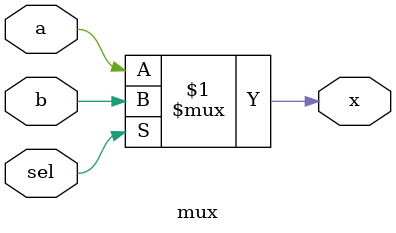
<source format=v>
`timescale 1ns / 1ps


module mux(
input wire a,b,sel,
output wire x
    );
    
    assign x= (sel) ? b:a; //sel sıfırsa x=a, sel bi ise x=b
 

endmodule

</source>
